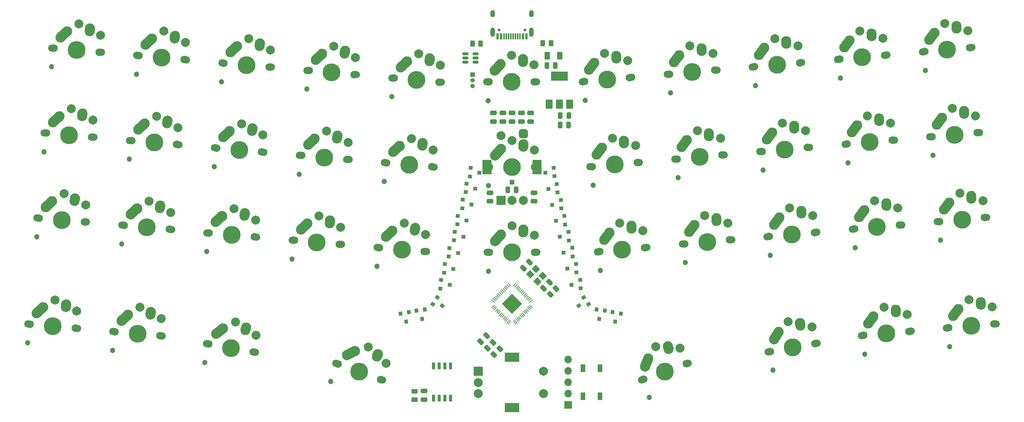
<source format=gbr>
%TF.GenerationSoftware,KiCad,Pcbnew,(6.0.6)*%
%TF.CreationDate,2022-07-22T10:15:02+02:00*%
%TF.ProjectId,knobdeavour,6b6e6f62-6465-4617-966f-75722e6b6963,1*%
%TF.SameCoordinates,Original*%
%TF.FileFunction,Soldermask,Bot*%
%TF.FilePolarity,Negative*%
%FSLAX46Y46*%
G04 Gerber Fmt 4.6, Leading zero omitted, Abs format (unit mm)*
G04 Created by KiCad (PCBNEW (6.0.6)) date 2022-07-22 10:15:02*
%MOMM*%
%LPD*%
G01*
G04 APERTURE LIST*
G04 Aperture macros list*
%AMRoundRect*
0 Rectangle with rounded corners*
0 $1 Rounding radius*
0 $2 $3 $4 $5 $6 $7 $8 $9 X,Y pos of 4 corners*
0 Add a 4 corners polygon primitive as box body*
4,1,4,$2,$3,$4,$5,$6,$7,$8,$9,$2,$3,0*
0 Add four circle primitives for the rounded corners*
1,1,$1+$1,$2,$3*
1,1,$1+$1,$4,$5*
1,1,$1+$1,$6,$7*
1,1,$1+$1,$8,$9*
0 Add four rect primitives between the rounded corners*
20,1,$1+$1,$2,$3,$4,$5,0*
20,1,$1+$1,$4,$5,$6,$7,0*
20,1,$1+$1,$6,$7,$8,$9,0*
20,1,$1+$1,$8,$9,$2,$3,0*%
%AMHorizOval*
0 Thick line with rounded ends*
0 $1 width*
0 $2 $3 position (X,Y) of the first rounded end (center of the circle)*
0 $4 $5 position (X,Y) of the second rounded end (center of the circle)*
0 Add line between two ends*
20,1,$1,$2,$3,$4,$5,0*
0 Add two circle primitives to create the rounded ends*
1,1,$1,$2,$3*
1,1,$1,$4,$5*%
%AMRotRect*
0 Rectangle, with rotation*
0 The origin of the aperture is its center*
0 $1 length*
0 $2 width*
0 $3 Rotation angle, in degrees counterclockwise*
0 Add horizontal line*
21,1,$1,$2,0,0,$3*%
G04 Aperture macros list end*
%ADD10C,1.700000*%
%ADD11C,3.987800*%
%ADD12C,1.750000*%
%ADD13C,1.200000*%
%ADD14C,2.000000*%
%ADD15C,2.250000*%
%ADD16HorizOval,2.250000X0.044973X0.287189X-0.044973X-0.287189X0*%
%ADD17HorizOval,2.250000X0.716127X0.670140X-0.716127X-0.670140X0*%
%ADD18HorizOval,2.250000X0.117770X0.265764X-0.117770X-0.265764X0*%
%ADD19HorizOval,2.250000X0.865171X0.461958X-0.865171X-0.461958X0*%
%ADD20HorizOval,2.250000X-0.005580X0.290635X0.005580X-0.290635X0*%
%ADD21HorizOval,2.250000X0.588879X0.784313X-0.588879X-0.784313X0*%
%ADD22R,2.000000X3.200000*%
%ADD23R,2.000000X2.000000*%
%ADD24RoundRect,0.500000X0.500000X0.500000X-0.500000X0.500000X-0.500000X-0.500000X0.500000X-0.500000X0*%
%ADD25HorizOval,2.250000X0.069832X0.282177X-0.069832X-0.282177X0*%
%ADD26HorizOval,2.250000X0.771809X0.605175X-0.771809X-0.605175X0*%
%ADD27HorizOval,2.250000X0.019771X0.290016X-0.019771X-0.290016X0*%
%ADD28HorizOval,2.250000X0.654995X0.730004X-0.654995X-0.730004X0*%
%ADD29R,3.200000X2.000000*%
%ADD30HorizOval,2.250000X-0.080612X0.279288X0.080612X-0.279288X0*%
%ADD31HorizOval,2.250000X0.365818X0.910001X-0.365818X-0.910001X0*%
%ADD32HorizOval,2.250000X-0.030890X0.289043X0.030890X-0.289043X0*%
%ADD33HorizOval,2.250000X0.518281X0.832653X-0.518281X-0.832653X0*%
%ADD34RotRect,0.900000X0.800000X356.000000*%
%ADD35RoundRect,0.250000X0.475000X-0.250000X0.475000X0.250000X-0.475000X0.250000X-0.475000X-0.250000X0*%
%ADD36RotRect,0.900000X0.800000X184.000000*%
%ADD37RoundRect,0.250000X0.250000X0.475000X-0.250000X0.475000X-0.250000X-0.475000X0.250000X-0.475000X0*%
%ADD38RoundRect,0.250000X0.375000X0.625000X-0.375000X0.625000X-0.375000X-0.625000X0.375000X-0.625000X0*%
%ADD39RoundRect,0.250000X-0.450000X0.262500X-0.450000X-0.262500X0.450000X-0.262500X0.450000X0.262500X0*%
%ADD40RoundRect,0.250000X-0.262500X-0.450000X0.262500X-0.450000X0.262500X0.450000X-0.262500X0.450000X0*%
%ADD41RoundRect,0.250000X-0.475000X0.250000X-0.475000X-0.250000X0.475000X-0.250000X0.475000X0.250000X0*%
%ADD42RoundRect,0.250000X-0.250000X-0.475000X0.250000X-0.475000X0.250000X0.475000X-0.250000X0.475000X0*%
%ADD43RoundRect,0.250000X-0.159099X0.512652X-0.512652X0.159099X0.159099X-0.512652X0.512652X-0.159099X0*%
%ADD44R,1.500000X2.000000*%
%ADD45R,3.800000X2.000000*%
%ADD46C,0.650000*%
%ADD47R,0.600000X1.450000*%
%ADD48R,0.300000X1.450000*%
%ADD49O,1.000000X1.600000*%
%ADD50O,1.000000X2.100000*%
%ADD51RotRect,0.900000X0.800000X215.000000*%
%ADD52RoundRect,0.150000X-0.150000X0.650000X-0.150000X-0.650000X0.150000X-0.650000X0.150000X0.650000X0*%
%ADD53R,1.000000X1.700000*%
%ADD54R,1.000000X1.000000*%
%ADD55O,1.000000X1.000000*%
%ADD56RoundRect,0.150000X0.512500X0.150000X-0.512500X0.150000X-0.512500X-0.150000X0.512500X-0.150000X0*%
%ADD57RoundRect,0.250000X0.132583X-0.503814X0.503814X-0.132583X-0.132583X0.503814X-0.503814X0.132583X0*%
%ADD58RotRect,0.900000X0.800000X280.000000*%
%ADD59RotRect,1.400000X1.200000X135.000000*%
%ADD60RoundRect,0.250000X0.159099X-0.512652X0.512652X-0.159099X-0.159099X0.512652X-0.512652X0.159099X0*%
%ADD61R,1.700000X1.700000*%
%ADD62O,1.700000X1.700000*%
%ADD63RotRect,0.900000X0.800000X260.000000*%
%ADD64RoundRect,0.250000X0.262500X0.450000X-0.262500X0.450000X-0.262500X-0.450000X0.262500X-0.450000X0*%
%ADD65RotRect,0.900000X0.800000X325.000000*%
%ADD66RoundRect,0.050000X-0.309359X0.238649X0.238649X-0.309359X0.309359X-0.238649X-0.238649X0.309359X0*%
%ADD67RoundRect,0.050000X-0.309359X-0.238649X-0.238649X-0.309359X0.309359X0.238649X0.238649X0.309359X0*%
%ADD68RoundRect,0.144000X-2.059095X0.000000X0.000000X-2.059095X2.059095X0.000000X0.000000X2.059095X0*%
G04 APERTURE END LIST*
D10*
%TO.C,K6*%
X68355929Y-60270643D03*
D11*
X73835000Y-60750000D03*
D12*
X68774331Y-60307249D03*
D13*
X68268810Y-64479065D03*
D10*
X79314071Y-61229357D03*
D12*
X78895669Y-61192751D03*
D14*
X79147165Y-57400239D03*
D15*
X76808086Y-55910707D03*
D16*
X76762661Y-56197824D03*
D15*
X71693136Y-56547332D03*
D14*
X74349219Y-54872451D03*
D17*
X70977001Y-57217462D03*
%TD*%
D10*
%TO.C,K16*%
X114446691Y-110088889D03*
D11*
X119615000Y-111970000D03*
D10*
X124783309Y-113851111D03*
D12*
X114841361Y-110232538D03*
D13*
X113273320Y-114131364D03*
D12*
X124388639Y-113707462D03*
D15*
X123739282Y-108065093D03*
D14*
X125613140Y-110109269D03*
D18*
X123621092Y-108330670D03*
D19*
X117768673Y-107818126D03*
D14*
X121632919Y-106425814D03*
D15*
X118633849Y-107356179D03*
%TD*%
D11*
%TO.C,K35*%
X216205000Y-81300000D03*
D10*
X221684071Y-80820643D03*
D12*
X211144331Y-81742751D03*
D13*
X211370918Y-85938971D03*
D10*
X210725929Y-81779357D03*
D12*
X221265669Y-80857249D03*
D14*
X220854782Y-77078681D03*
D15*
X218292583Y-76017955D03*
D20*
X218297706Y-76308600D03*
D21*
X212777002Y-78317416D03*
D14*
X215690781Y-75422451D03*
D15*
X213365890Y-77533111D03*
%TD*%
D22*
%TO.C,SW2*%
X148125000Y-66210000D03*
X159325000Y-66210000D03*
D23*
X151225000Y-73710000D03*
D14*
X156225000Y-73710000D03*
X153725000Y-73710000D03*
D24*
X156225000Y-58760000D03*
D14*
X151225000Y-59210000D03*
%TD*%
D12*
%TO.C,K12*%
X95997823Y-107552133D03*
D11*
X90995000Y-106670000D03*
D10*
X96411443Y-107625065D03*
X85578557Y-105714935D03*
D12*
X85992177Y-105787867D03*
D13*
X85124981Y-109899749D03*
D25*
X94308268Y-102390309D03*
D14*
X96578902Y-103795971D03*
D15*
X94378544Y-102108243D03*
D26*
X88455758Y-102901814D03*
D14*
X92019524Y-100859634D03*
D15*
X89227573Y-102296649D03*
%TD*%
D10*
%TO.C,K20*%
X256344071Y-39520643D03*
D12*
X255925669Y-39557249D03*
D11*
X250865000Y-40000000D03*
D13*
X246030918Y-44638971D03*
D12*
X245804331Y-40442751D03*
D10*
X245385929Y-40479357D03*
D20*
X252957706Y-35008600D03*
D14*
X255514782Y-35778681D03*
D15*
X252952583Y-34717955D03*
D21*
X247437002Y-37017416D03*
D14*
X250350781Y-34122451D03*
D15*
X248025890Y-36233111D03*
%TD*%
D13*
%TO.C,K22*%
X148505000Y-70410000D03*
D11*
X153725000Y-66210000D03*
D10*
X148225000Y-66210000D03*
D12*
X158805000Y-66210000D03*
X148645000Y-66210000D03*
D10*
X159225000Y-66210000D03*
D27*
X156244771Y-61419984D03*
D15*
X156265000Y-61130000D03*
D14*
X158725000Y-62410000D03*
X153725000Y-60310000D03*
D15*
X151225000Y-62210000D03*
D28*
X150569995Y-62939996D03*
%TD*%
D13*
%TO.C,K7*%
X66608810Y-83439065D03*
D12*
X67114331Y-79267249D03*
D10*
X66695929Y-79230643D03*
X77654071Y-80189357D03*
D11*
X72175000Y-79710000D03*
D12*
X77235669Y-80152751D03*
D16*
X75102661Y-75157824D03*
D14*
X77487165Y-76360239D03*
D15*
X75148086Y-74870707D03*
X70033136Y-75507332D03*
D17*
X69317001Y-76177462D03*
D14*
X72689219Y-73832451D03*
%TD*%
D10*
%TO.C,K31*%
X191795929Y-83449357D03*
D12*
X192214331Y-83412751D03*
D11*
X197275000Y-82970000D03*
D12*
X202335669Y-82527249D03*
D13*
X192440918Y-87608971D03*
D10*
X202754071Y-82490643D03*
D15*
X199362583Y-77687955D03*
D20*
X199367706Y-77978600D03*
D14*
X201924782Y-78748681D03*
X196760781Y-77092451D03*
D21*
X193847002Y-79987416D03*
D15*
X194435890Y-79203111D03*
%TD*%
D11*
%TO.C,K5*%
X75485000Y-41760000D03*
D10*
X70005929Y-41280643D03*
X80964071Y-42239357D03*
D12*
X80545669Y-42202751D03*
D13*
X69918810Y-45489065D03*
D12*
X70424331Y-41317249D03*
D14*
X80797165Y-38410239D03*
D15*
X78458086Y-36920707D03*
D16*
X78412661Y-37207824D03*
D15*
X73343136Y-37557332D03*
D14*
X75999219Y-35882451D03*
D17*
X72627001Y-38227462D03*
%TD*%
D29*
%TO.C,SW1*%
X153715000Y-119970000D03*
X153715000Y-108770000D03*
D23*
X146215000Y-111870000D03*
D14*
X146215000Y-116870000D03*
X146215000Y-114370000D03*
X160715000Y-116870000D03*
X160715000Y-111870000D03*
%TD*%
D10*
%TO.C,K15*%
X115614071Y-83529357D03*
D13*
X104568810Y-86779065D03*
D12*
X115195669Y-83492751D03*
D10*
X104655929Y-82570643D03*
D12*
X105074331Y-82607249D03*
D11*
X110135000Y-83050000D03*
D16*
X113062661Y-78497824D03*
D15*
X113108086Y-78210707D03*
D14*
X115447165Y-79700239D03*
X110649219Y-77172451D03*
D15*
X107993136Y-78847332D03*
D17*
X107277001Y-79517462D03*
%TD*%
D12*
%TO.C,K27*%
X183365669Y-84237249D03*
D13*
X173470918Y-89318971D03*
D10*
X172825929Y-85159357D03*
X183784071Y-84200643D03*
D11*
X178305000Y-84680000D03*
D12*
X173244331Y-85122751D03*
D15*
X180392583Y-79397955D03*
D14*
X182954782Y-80458681D03*
D20*
X180397706Y-79688600D03*
D14*
X177790781Y-78802451D03*
D15*
X175465890Y-80913111D03*
D21*
X174877002Y-81697416D03*
%TD*%
D11*
%TO.C,K39*%
X235195000Y-79630000D03*
D12*
X240255669Y-79187249D03*
D10*
X240674071Y-79150643D03*
D12*
X230134331Y-80072751D03*
D13*
X230360918Y-84268971D03*
D10*
X229715929Y-80109357D03*
D20*
X237287706Y-74638600D03*
D14*
X239844782Y-75408681D03*
D15*
X237282583Y-74347955D03*
D21*
X231767002Y-76647416D03*
D15*
X232355890Y-75863111D03*
D14*
X234680781Y-73752451D03*
%TD*%
D12*
%TO.C,K25*%
X179985669Y-46247249D03*
D10*
X180404071Y-46210643D03*
D12*
X169864331Y-47132751D03*
D11*
X174925000Y-46690000D03*
D10*
X169445929Y-47169357D03*
D13*
X170090918Y-51328971D03*
D15*
X177012583Y-41407955D03*
D20*
X177017706Y-41698600D03*
D14*
X179574782Y-42468681D03*
D21*
X171497002Y-43707416D03*
D14*
X174410781Y-40812451D03*
D15*
X172085890Y-42923111D03*
%TD*%
D12*
%TO.C,K18*%
X135825669Y-66182751D03*
D10*
X125285929Y-65260643D03*
D11*
X130765000Y-65740000D03*
D13*
X125198810Y-69469065D03*
D12*
X125704331Y-65297249D03*
D10*
X136244071Y-66219357D03*
D14*
X136077165Y-62390239D03*
D16*
X133692661Y-61187824D03*
D15*
X133738086Y-60900707D03*
D14*
X131279219Y-59862451D03*
D15*
X128623136Y-61537332D03*
D17*
X127907001Y-62207462D03*
%TD*%
D10*
%TO.C,K33*%
X207395929Y-43849357D03*
D12*
X217935669Y-42927249D03*
D10*
X218354071Y-42890643D03*
D12*
X207814331Y-43812751D03*
D11*
X212875000Y-43370000D03*
D13*
X208040918Y-48008971D03*
D14*
X217524782Y-39148681D03*
D15*
X214962583Y-38087955D03*
D20*
X214967706Y-38378600D03*
D14*
X212360781Y-37492451D03*
D21*
X209447002Y-40387416D03*
D15*
X210035890Y-39603111D03*
%TD*%
D11*
%TO.C,K41*%
X254185000Y-77970000D03*
D12*
X249124331Y-78412751D03*
X259245669Y-77527249D03*
D10*
X248705929Y-78449357D03*
X259664071Y-77490643D03*
D13*
X249350918Y-82608971D03*
D20*
X256277706Y-72978600D03*
D14*
X258834782Y-73748681D03*
D15*
X256272583Y-72687955D03*
D21*
X250757002Y-74987416D03*
D14*
X253670781Y-72092451D03*
D15*
X251345890Y-74203111D03*
%TD*%
D10*
%TO.C,K2*%
X60314071Y-59579357D03*
X49355929Y-58620643D03*
D11*
X54835000Y-59100000D03*
D12*
X49774331Y-58657249D03*
D13*
X49268810Y-62829065D03*
D12*
X59895669Y-59542751D03*
D16*
X57762661Y-54547824D03*
D15*
X57808086Y-54260707D03*
D14*
X60147165Y-55750239D03*
D17*
X51977001Y-55567462D03*
D15*
X52693136Y-54897332D03*
D14*
X55349219Y-53222451D03*
%TD*%
D10*
%TO.C,K10*%
X98274071Y-62909357D03*
D13*
X87228810Y-66159065D03*
D12*
X87734331Y-61987249D03*
D10*
X87315929Y-61950643D03*
D12*
X97855669Y-62872751D03*
D11*
X92795000Y-62430000D03*
D15*
X95768086Y-57590707D03*
D14*
X98107165Y-59080239D03*
D16*
X95722661Y-57877824D03*
D15*
X90653136Y-58227332D03*
D14*
X93309219Y-56552451D03*
D17*
X89937001Y-58897462D03*
%TD*%
D10*
%TO.C,K36*%
X231795929Y-103879357D03*
X242754071Y-102920643D03*
D13*
X232440918Y-108038971D03*
D12*
X242335669Y-102957249D03*
D11*
X237275000Y-103400000D03*
D12*
X232214331Y-103842751D03*
D20*
X239367706Y-98408600D03*
D14*
X241924782Y-99178681D03*
D15*
X239362583Y-98117955D03*
D14*
X236760781Y-97522451D03*
D15*
X234435890Y-99633111D03*
D21*
X233847002Y-100417416D03*
%TD*%
D12*
%TO.C,K21*%
X158715000Y-47200000D03*
X148555000Y-47200000D03*
D10*
X159135000Y-47200000D03*
D11*
X153635000Y-47200000D03*
D13*
X148415000Y-51400000D03*
D10*
X148135000Y-47200000D03*
D15*
X156175000Y-42120000D03*
D27*
X156154771Y-42409984D03*
D14*
X158635000Y-43400000D03*
D15*
X151135000Y-43200000D03*
D28*
X150479995Y-43929996D03*
D14*
X153635000Y-41300000D03*
%TD*%
D12*
%TO.C,K26*%
X181695669Y-65227249D03*
D10*
X182114071Y-65190643D03*
D12*
X171574331Y-66112751D03*
D13*
X171800918Y-70308971D03*
D10*
X171155929Y-66149357D03*
D11*
X176635000Y-65670000D03*
D14*
X181284782Y-61448681D03*
D15*
X178722583Y-60387955D03*
D20*
X178727706Y-60678600D03*
D14*
X176120781Y-59792451D03*
D21*
X173207002Y-62687416D03*
D15*
X173795890Y-61903111D03*
%TD*%
D12*
%TO.C,K8*%
X65044331Y-103037249D03*
D10*
X64625929Y-103000643D03*
D13*
X64538810Y-107209065D03*
D10*
X75584071Y-103959357D03*
D12*
X75165669Y-103922751D03*
D11*
X70105000Y-103480000D03*
D14*
X75417165Y-100130239D03*
D15*
X73078086Y-98640707D03*
D16*
X73032661Y-98927824D03*
D15*
X67963136Y-99277332D03*
D14*
X70619219Y-97602451D03*
D17*
X67247001Y-99947462D03*
%TD*%
D12*
%TO.C,K1*%
X61575669Y-40552751D03*
D10*
X61994071Y-40589357D03*
D13*
X50948810Y-43839065D03*
D12*
X51454331Y-39667249D03*
D11*
X56515000Y-40110000D03*
D10*
X51035929Y-39630643D03*
D15*
X59488086Y-35270707D03*
D16*
X59442661Y-35557824D03*
D14*
X61827165Y-36760239D03*
D17*
X53657001Y-36577462D03*
D15*
X54373136Y-35907332D03*
D14*
X57029219Y-34232451D03*
%TD*%
D12*
%TO.C,K30*%
X200655669Y-63547249D03*
D10*
X201074071Y-63510643D03*
D11*
X195595000Y-63990000D03*
D13*
X190760918Y-68628971D03*
D10*
X190115929Y-64469357D03*
D12*
X190534331Y-64432751D03*
D15*
X197682583Y-58707955D03*
D20*
X197687706Y-58998600D03*
D14*
X200244782Y-59768681D03*
X195080781Y-58112451D03*
D15*
X192755890Y-60223111D03*
D21*
X192167002Y-61007416D03*
%TD*%
D11*
%TO.C,K34*%
X214605000Y-62300000D03*
D13*
X209770918Y-66938971D03*
D10*
X209125929Y-62779357D03*
D12*
X209544331Y-62742751D03*
D10*
X220084071Y-61820643D03*
D12*
X219665669Y-61857249D03*
D14*
X219254782Y-58078681D03*
D15*
X216692583Y-57017955D03*
D20*
X216697706Y-57308600D03*
D14*
X214090781Y-56422451D03*
D15*
X211765890Y-58533111D03*
D21*
X211177002Y-59317416D03*
%TD*%
D11*
%TO.C,K28*%
X187855000Y-111950000D03*
D10*
X193023309Y-110068889D03*
D13*
X184386289Y-117682054D03*
D10*
X182686691Y-113831111D03*
D12*
X183081361Y-113687462D03*
X192628639Y-110212538D03*
D15*
X188504357Y-106307630D03*
D14*
X191253787Y-106669067D03*
D30*
X188584529Y-106587045D03*
D14*
X185837081Y-106405814D03*
D31*
X183771858Y-109956276D03*
D15*
X184137688Y-109046280D03*
%TD*%
D12*
%TO.C,K11*%
X96195669Y-81852751D03*
D10*
X85655929Y-80930643D03*
D13*
X85568810Y-85139065D03*
D12*
X86074331Y-80967249D03*
D11*
X91135000Y-81410000D03*
D10*
X96614071Y-81889357D03*
D14*
X96447165Y-78060239D03*
D15*
X94108086Y-76570707D03*
D16*
X94062661Y-76857824D03*
D17*
X88277001Y-77877462D03*
D14*
X91649219Y-75532451D03*
D15*
X88993136Y-77207332D03*
%TD*%
D12*
%TO.C,K38*%
X228514331Y-61112751D03*
D11*
X233575000Y-60670000D03*
D10*
X228095929Y-61149357D03*
D12*
X238635669Y-60227249D03*
D10*
X239054071Y-60190643D03*
D13*
X228740918Y-65308971D03*
D15*
X235662583Y-55387955D03*
D14*
X238224782Y-56448681D03*
D20*
X235667706Y-55678600D03*
D14*
X233060781Y-54792451D03*
D15*
X230735890Y-56903111D03*
D21*
X230147002Y-57687416D03*
%TD*%
D11*
%TO.C,K9*%
X94465000Y-43440000D03*
D10*
X88985929Y-42960643D03*
D13*
X88898810Y-47169065D03*
D10*
X99944071Y-43919357D03*
D12*
X99525669Y-43882751D03*
X89404331Y-42997249D03*
D14*
X99777165Y-40090239D03*
D15*
X97438086Y-38600707D03*
D16*
X97392661Y-38887824D03*
D17*
X91607001Y-39907462D03*
D14*
X94979219Y-37562451D03*
D15*
X92323136Y-39237332D03*
%TD*%
D10*
%TO.C,K4*%
X56664071Y-102279357D03*
D12*
X46124331Y-101357249D03*
D10*
X45705929Y-101320643D03*
D13*
X45618810Y-105529065D03*
D12*
X56245669Y-102242751D03*
D11*
X51185000Y-101800000D03*
D16*
X54112661Y-97247824D03*
D15*
X54158086Y-96960707D03*
D14*
X56497165Y-98450239D03*
D17*
X48327001Y-98267462D03*
D14*
X51699219Y-95922451D03*
D15*
X49043136Y-97597332D03*
%TD*%
D12*
%TO.C,K37*%
X236955669Y-41247249D03*
D10*
X226415929Y-42169357D03*
X237374071Y-41210643D03*
D13*
X227060918Y-46328971D03*
D12*
X226834331Y-42132751D03*
D11*
X231895000Y-41690000D03*
D20*
X233987706Y-36698600D03*
D15*
X233982583Y-36407955D03*
D14*
X236544782Y-37468681D03*
D15*
X229055890Y-37923111D03*
D14*
X231380781Y-35812451D03*
D21*
X228467002Y-38707416D03*
%TD*%
D11*
%TO.C,K40*%
X256235000Y-101730000D03*
D12*
X251174331Y-102172751D03*
X261295669Y-101287249D03*
D13*
X251400918Y-106368971D03*
D10*
X261714071Y-101250643D03*
X250755929Y-102209357D03*
D20*
X258327706Y-96738600D03*
D15*
X258322583Y-96447955D03*
D14*
X260884782Y-97508681D03*
X255720781Y-95852451D03*
D21*
X252807002Y-98747416D03*
D15*
X253395890Y-97963111D03*
%TD*%
D12*
%TO.C,K24*%
X247474331Y-59452751D03*
X257595669Y-58567249D03*
D10*
X247055929Y-59489357D03*
D13*
X247700918Y-63648971D03*
D10*
X258014071Y-58530643D03*
D11*
X252535000Y-59010000D03*
D15*
X254622583Y-53727955D03*
D14*
X257184782Y-54788681D03*
D20*
X254627706Y-54018600D03*
D21*
X249107002Y-56027416D03*
D14*
X252020781Y-53132451D03*
D15*
X249695890Y-55243111D03*
%TD*%
D13*
%TO.C,K32*%
X211983626Y-111602636D03*
D12*
X221397823Y-105677867D03*
D11*
X216395000Y-106560000D03*
D10*
X210978557Y-107515065D03*
D12*
X211392177Y-107442133D03*
D10*
X221811443Y-105604935D03*
D15*
X218014279Y-101116110D03*
D14*
X220659176Y-101949490D03*
D32*
X218044713Y-101405202D03*
D33*
X212720097Y-103887535D03*
D15*
X213238388Y-103054889D03*
D14*
X215370476Y-100749634D03*
%TD*%
D11*
%TO.C,K29*%
X193925000Y-45020000D03*
D12*
X188864331Y-45462751D03*
D10*
X199404071Y-44540643D03*
D13*
X189090918Y-49658971D03*
D12*
X198985669Y-44577249D03*
D10*
X188445929Y-45499357D03*
D14*
X198574782Y-40798681D03*
D15*
X196012583Y-39737955D03*
D20*
X196017706Y-40028600D03*
D14*
X193410781Y-39142451D03*
D21*
X190497002Y-42037416D03*
D15*
X191085890Y-41253111D03*
%TD*%
D13*
%TO.C,K3*%
X47628810Y-81799065D03*
D10*
X47715929Y-77590643D03*
D12*
X58255669Y-78512751D03*
D11*
X53195000Y-78070000D03*
D10*
X58674071Y-78549357D03*
D12*
X48134331Y-77627249D03*
D16*
X56122661Y-73517824D03*
D14*
X58507165Y-74720239D03*
D15*
X56168086Y-73230707D03*
D14*
X53709219Y-72192451D03*
D17*
X50337001Y-74537462D03*
D15*
X51053136Y-73867332D03*
%TD*%
D10*
%TO.C,K23*%
X148215000Y-85300000D03*
D13*
X148495000Y-89500000D03*
D12*
X148635000Y-85300000D03*
D11*
X153715000Y-85300000D03*
D10*
X159215000Y-85300000D03*
D12*
X158795000Y-85300000D03*
D15*
X156255000Y-80220000D03*
D27*
X156234771Y-80509984D03*
D14*
X158715000Y-81500000D03*
D28*
X150559995Y-82029996D03*
D14*
X153715000Y-79400000D03*
D15*
X151215000Y-81300000D03*
%TD*%
D13*
%TO.C,K14*%
X106218810Y-67819065D03*
D10*
X106305929Y-63610643D03*
D11*
X111785000Y-64090000D03*
D12*
X106724331Y-63647249D03*
D10*
X117264071Y-64569357D03*
D12*
X116845669Y-64532751D03*
D14*
X117097165Y-60740239D03*
D16*
X114712661Y-59537824D03*
D15*
X114758086Y-59250707D03*
D17*
X108927001Y-60557462D03*
D15*
X109643136Y-59887332D03*
D14*
X112299219Y-58212451D03*
%TD*%
D13*
%TO.C,K19*%
X123566645Y-88408826D03*
D10*
X123653764Y-84200404D03*
D11*
X129132835Y-84679761D03*
D10*
X134611906Y-85159118D03*
D12*
X134193504Y-85122512D03*
X124072166Y-84237010D03*
D15*
X132105921Y-79840468D03*
D14*
X134445000Y-81330000D03*
D16*
X132060496Y-80127585D03*
D15*
X126990971Y-80477093D03*
D17*
X126274836Y-81147223D03*
D14*
X129647054Y-78802212D03*
%TD*%
D11*
%TO.C,K17*%
X132405000Y-46790000D03*
D12*
X137465669Y-47232751D03*
D10*
X126925929Y-46310643D03*
D12*
X127344331Y-46347249D03*
D10*
X137884071Y-47269357D03*
D13*
X126838810Y-50519065D03*
D14*
X137717165Y-43440239D03*
D15*
X135378086Y-41950707D03*
D16*
X135332661Y-42237824D03*
D17*
X129547001Y-43257462D03*
D14*
X132919219Y-40912451D03*
D15*
X130263136Y-42587332D03*
%TD*%
D12*
%TO.C,K13*%
X108384331Y-44657249D03*
D13*
X107878810Y-48829065D03*
D10*
X118924071Y-45579357D03*
D11*
X113445000Y-45100000D03*
D12*
X118505669Y-45542751D03*
D10*
X107965929Y-44620643D03*
D16*
X116372661Y-40547824D03*
D15*
X116418086Y-40260707D03*
D14*
X118757165Y-41750239D03*
D15*
X111303136Y-40897332D03*
D17*
X110587001Y-41567462D03*
D14*
X113959219Y-39222451D03*
%TD*%
D34*
%TO.C,D10*%
X139596167Y-86237929D03*
X139728705Y-84342558D03*
X141657564Y-85429756D03*
%TD*%
D35*
%TO.C,C14*%
X157880000Y-56070000D03*
X157880000Y-54170000D03*
%TD*%
D36*
%TO.C,D19*%
X168931295Y-91452558D03*
X169063833Y-93347929D03*
X167002436Y-92539756D03*
%TD*%
D35*
%TO.C,C13*%
X155800000Y-56070000D03*
X155800000Y-54170000D03*
%TD*%
D36*
%TO.C,D14*%
X167141295Y-84292558D03*
X167273833Y-86187929D03*
X165212436Y-85379756D03*
%TD*%
D37*
%TO.C,C7*%
X154660000Y-71290000D03*
X152760000Y-71290000D03*
%TD*%
D34*
%TO.C,D1*%
X142606167Y-75447929D03*
X142738705Y-73552558D03*
X144667564Y-74639756D03*
%TD*%
D38*
%TO.C,F0*%
X164400000Y-41330000D03*
X161600000Y-41330000D03*
%TD*%
D39*
%TO.C,R1*%
X131920000Y-116357500D03*
X131920000Y-118182500D03*
%TD*%
D34*
%TO.C,D2*%
X141486167Y-79017929D03*
X141618705Y-77122558D03*
X143547564Y-78209756D03*
%TD*%
D40*
%TO.C,R6*%
X160587500Y-38580000D03*
X162412500Y-38580000D03*
%TD*%
D41*
%TO.C,C6*%
X148805000Y-71980000D03*
X148805000Y-73880000D03*
%TD*%
D35*
%TO.C,C5*%
X134110000Y-118200000D03*
X134110000Y-116300000D03*
%TD*%
D34*
%TO.C,D5*%
X143411167Y-71857929D03*
X143543705Y-69962558D03*
X145472564Y-71049756D03*
%TD*%
D42*
%TO.C,C1*%
X161460000Y-43540000D03*
X163360000Y-43540000D03*
%TD*%
D34*
%TO.C,D11*%
X138566167Y-89817929D03*
X138698705Y-87922558D03*
X140627564Y-89009756D03*
%TD*%
D36*
%TO.C,D17*%
X163731295Y-70032558D03*
X163863833Y-71927929D03*
X161802436Y-71119756D03*
%TD*%
%TO.C,D13*%
X163051295Y-66402558D03*
X163183833Y-68297929D03*
X161122436Y-67489756D03*
%TD*%
D42*
%TO.C,C4*%
X164490000Y-54730000D03*
X166390000Y-54730000D03*
%TD*%
D34*
%TO.C,D6*%
X140776167Y-82617929D03*
X140908705Y-80722558D03*
X142837564Y-81809756D03*
%TD*%
D43*
%TO.C,C2*%
X157631751Y-87478249D03*
X156288249Y-88821751D03*
%TD*%
D44*
%TO.C,U1*%
X166590000Y-52180000D03*
D45*
X164290000Y-45880000D03*
D44*
X164290000Y-52180000D03*
X161990000Y-52180000D03*
%TD*%
D46*
%TO.C,J0*%
X156600000Y-35570000D03*
X150820000Y-35570000D03*
D47*
X150460000Y-37015000D03*
X151260000Y-37015000D03*
D48*
X152460000Y-37015000D03*
X153460000Y-37015000D03*
X153960000Y-37015000D03*
X154960000Y-37015000D03*
D47*
X156160000Y-37015000D03*
X156960000Y-37015000D03*
X156960000Y-37015000D03*
X156160000Y-37015000D03*
D48*
X155460000Y-37015000D03*
X154460000Y-37015000D03*
X152960000Y-37015000D03*
X151960000Y-37015000D03*
D47*
X151260000Y-37015000D03*
X150460000Y-37015000D03*
D49*
X149390000Y-31920000D03*
D50*
X149390000Y-36100000D03*
D49*
X158030000Y-31920000D03*
D50*
X158030000Y-36100000D03*
%TD*%
D51*
%TO.C,D22*%
X169704254Y-95338229D03*
X170794050Y-96894618D03*
X168610848Y-97263576D03*
%TD*%
D52*
%TO.C,U2*%
X136207500Y-110700000D03*
X137477500Y-110700000D03*
X138747500Y-110700000D03*
X140017500Y-110700000D03*
X140017500Y-117900000D03*
X138747500Y-117900000D03*
X137477500Y-117900000D03*
X136207500Y-117900000D03*
%TD*%
D53*
%TO.C,SW0*%
X169540000Y-111160000D03*
X169540000Y-117460000D03*
X173340000Y-117460000D03*
X173340000Y-111160000D03*
%TD*%
D54*
%TO.C,J2*%
X144945000Y-45545000D03*
D55*
X144945000Y-46815000D03*
X144945000Y-48085000D03*
%TD*%
D56*
%TO.C,U44*%
X145597500Y-40910000D03*
X145597500Y-41860000D03*
X145597500Y-42810000D03*
X143322500Y-42810000D03*
X143322500Y-41860000D03*
X143322500Y-40910000D03*
%TD*%
D57*
%TO.C,R4*%
X149674765Y-108125235D03*
X150965235Y-106834765D03*
%TD*%
%TO.C,R3*%
X148214765Y-106695235D03*
X149505235Y-105404765D03*
%TD*%
D36*
%TO.C,D12*%
X164601295Y-73602558D03*
X164733833Y-75497929D03*
X162672436Y-74689756D03*
%TD*%
D58*
%TO.C,D8*%
X128780784Y-98980158D03*
X130651919Y-98650226D03*
X130063648Y-100784808D03*
%TD*%
D59*
%TO.C,Y0*%
X159366777Y-91768858D03*
X157811142Y-90213223D03*
X159013223Y-89011142D03*
X160568858Y-90566777D03*
%TD*%
D60*
%TO.C,C3*%
X160778249Y-93311751D03*
X162121751Y-91968249D03*
%TD*%
%TO.C,C10*%
X146718249Y-105281751D03*
X148061751Y-103938249D03*
%TD*%
D61*
%TO.C,J1*%
X166225000Y-119400000D03*
D62*
X166225000Y-116860000D03*
X166225000Y-114320000D03*
X166225000Y-111780000D03*
X166225000Y-109240000D03*
%TD*%
D63*
%TO.C,D16*%
X176178081Y-98660226D03*
X178049216Y-98990158D03*
X176766352Y-100794808D03*
%TD*%
D57*
%TO.C,R5*%
X162234765Y-94715235D03*
X163525235Y-93424765D03*
%TD*%
D35*
%TO.C,C12*%
X153720000Y-56070000D03*
X153720000Y-54170000D03*
%TD*%
D36*
%TO.C,D21*%
X165421295Y-77182558D03*
X165553833Y-79077929D03*
X163492436Y-78269756D03*
%TD*%
D63*
%TO.C,D20*%
X172588081Y-98030226D03*
X174459216Y-98360158D03*
X173176352Y-100164808D03*
%TD*%
D35*
%TO.C,C11*%
X151650000Y-56060000D03*
X151650000Y-54160000D03*
%TD*%
D58*
%TO.C,D4*%
X132370784Y-98360158D03*
X134241919Y-98030226D03*
X133653648Y-100164808D03*
%TD*%
D64*
%TO.C,R7*%
X146712500Y-38610000D03*
X144887500Y-38610000D03*
%TD*%
D34*
%TO.C,D7*%
X137746167Y-93387929D03*
X137878705Y-91492558D03*
X139807564Y-92579756D03*
%TD*%
D42*
%TO.C,C17*%
X164470000Y-56850000D03*
X166370000Y-56850000D03*
%TD*%
D35*
%TO.C,C9*%
X149540000Y-56050000D03*
X149540000Y-54150000D03*
%TD*%
D65*
%TO.C,D3*%
X135975950Y-96894618D03*
X137065746Y-95338229D03*
X138159152Y-97263576D03*
%TD*%
D34*
%TO.C,D9*%
X144341167Y-68317929D03*
X144473705Y-66422558D03*
X146402564Y-67509756D03*
%TD*%
D54*
%TO.C,J4*%
X153685000Y-69620000D03*
%TD*%
D66*
%TO.C,U3*%
X149445843Y-96177798D03*
X149728686Y-95894955D03*
X150011528Y-95612113D03*
X150294371Y-95329270D03*
X150577214Y-95046427D03*
X150860056Y-94763585D03*
X151142899Y-94480742D03*
X151425742Y-94197899D03*
X151708585Y-93915056D03*
X151991427Y-93632214D03*
X152274270Y-93349371D03*
X152557113Y-93066528D03*
X152839955Y-92783686D03*
X153122798Y-92500843D03*
D67*
X154307202Y-92500843D03*
X154590045Y-92783686D03*
X154872887Y-93066528D03*
X155155730Y-93349371D03*
X155438573Y-93632214D03*
X155721415Y-93915056D03*
X156004258Y-94197899D03*
X156287101Y-94480742D03*
X156569944Y-94763585D03*
X156852786Y-95046427D03*
X157135629Y-95329270D03*
X157418472Y-95612113D03*
X157701314Y-95894955D03*
X157984157Y-96177798D03*
D66*
X157984157Y-97362202D03*
X157701314Y-97645045D03*
X157418472Y-97927887D03*
X157135629Y-98210730D03*
X156852786Y-98493573D03*
X156569944Y-98776415D03*
X156287101Y-99059258D03*
X156004258Y-99342101D03*
X155721415Y-99624944D03*
X155438573Y-99907786D03*
X155155730Y-100190629D03*
X154872887Y-100473472D03*
X154590045Y-100756314D03*
X154307202Y-101039157D03*
D67*
X153122798Y-101039157D03*
X152839955Y-100756314D03*
X152557113Y-100473472D03*
X152274270Y-100190629D03*
X151991427Y-99907786D03*
X151708585Y-99624944D03*
X151425742Y-99342101D03*
X151142899Y-99059258D03*
X150860056Y-98776415D03*
X150577214Y-98493573D03*
X150294371Y-98210730D03*
X150011528Y-97927887D03*
X149728686Y-97645045D03*
X149445843Y-97362202D03*
D68*
X153715000Y-96770000D03*
%TD*%
D36*
%TO.C,D15*%
X167981295Y-87872558D03*
X168113833Y-89767929D03*
X166052436Y-88959756D03*
%TD*%
D41*
%TO.C,C8*%
X158655000Y-71970000D03*
X158655000Y-73870000D03*
%TD*%
D36*
%TO.C,D18*%
X166291295Y-80742558D03*
X166423833Y-82637929D03*
X164362436Y-81829756D03*
%TD*%
M02*

</source>
